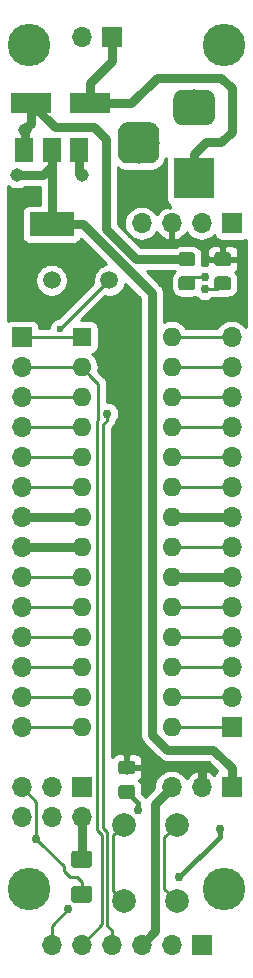
<source format=gtl>
G04 #@! TF.GenerationSoftware,KiCad,Pcbnew,(5.0.1)-3*
G04 #@! TF.CreationDate,2018-11-10T00:41:14-08:00*
G04 #@! TF.ProjectId,firefly,66697265666C792E6B696361645F7063,A*
G04 #@! TF.SameCoordinates,Original*
G04 #@! TF.FileFunction,Copper,L1,Top,Signal*
G04 #@! TF.FilePolarity,Positive*
%FSLAX46Y46*%
G04 Gerber Fmt 4.6, Leading zero omitted, Abs format (unit mm)*
G04 Created by KiCad (PCBNEW (5.0.1)-3) date 11/10/2018 12:41:14 AM*
%MOMM*%
%LPD*%
G01*
G04 APERTURE LIST*
G04 #@! TA.AperFunction,Conductor*
%ADD10C,0.100000*%
G04 #@! TD*
G04 #@! TA.AperFunction,ComponentPad*
%ADD11C,3.500000*%
G04 #@! TD*
G04 #@! TA.AperFunction,ComponentPad*
%ADD12C,3.000000*%
G04 #@! TD*
G04 #@! TA.AperFunction,ComponentPad*
%ADD13R,3.500000X3.500000*%
G04 #@! TD*
G04 #@! TA.AperFunction,ComponentPad*
%ADD14C,3.600000*%
G04 #@! TD*
G04 #@! TA.AperFunction,ComponentPad*
%ADD15O,1.700000X1.700000*%
G04 #@! TD*
G04 #@! TA.AperFunction,ComponentPad*
%ADD16R,1.700000X1.700000*%
G04 #@! TD*
G04 #@! TA.AperFunction,ComponentPad*
%ADD17C,2.000000*%
G04 #@! TD*
G04 #@! TA.AperFunction,SMDPad,CuDef*
%ADD18R,1.500000X2.000000*%
G04 #@! TD*
G04 #@! TA.AperFunction,SMDPad,CuDef*
%ADD19R,3.800000X2.000000*%
G04 #@! TD*
G04 #@! TA.AperFunction,SMDPad,CuDef*
%ADD20R,3.500000X1.800000*%
G04 #@! TD*
G04 #@! TA.AperFunction,SMDPad,CuDef*
%ADD21C,1.150000*%
G04 #@! TD*
G04 #@! TA.AperFunction,ComponentPad*
%ADD22O,1.600000X1.600000*%
G04 #@! TD*
G04 #@! TA.AperFunction,ComponentPad*
%ADD23R,1.600000X1.600000*%
G04 #@! TD*
G04 #@! TA.AperFunction,ComponentPad*
%ADD24C,1.500000*%
G04 #@! TD*
G04 #@! TA.AperFunction,SMDPad,CuDef*
%ADD25C,1.425000*%
G04 #@! TD*
G04 #@! TA.AperFunction,ViaPad*
%ADD26C,1.143000*%
G04 #@! TD*
G04 #@! TA.AperFunction,ViaPad*
%ADD27C,0.600000*%
G04 #@! TD*
G04 #@! TA.AperFunction,ViaPad*
%ADD28C,0.762000*%
G04 #@! TD*
G04 #@! TA.AperFunction,Conductor*
%ADD29C,0.762000*%
G04 #@! TD*
G04 #@! TA.AperFunction,Conductor*
%ADD30C,0.254000*%
G04 #@! TD*
G04 #@! TA.AperFunction,Conductor*
%ADD31C,0.381000*%
G04 #@! TD*
G04 APERTURE END LIST*
D10*
G04 #@! TO.N,GND*
G04 #@! TO.C,J1*
G36*
X152851765Y-73232213D02*
X152936704Y-73244813D01*
X153019999Y-73265677D01*
X153100848Y-73294605D01*
X153178472Y-73331319D01*
X153252124Y-73375464D01*
X153321094Y-73426616D01*
X153384718Y-73484282D01*
X153442384Y-73547906D01*
X153493536Y-73616876D01*
X153537681Y-73690528D01*
X153574395Y-73768152D01*
X153603323Y-73849001D01*
X153624187Y-73932296D01*
X153636787Y-74017235D01*
X153641000Y-74103000D01*
X153641000Y-75853000D01*
X153636787Y-75938765D01*
X153624187Y-76023704D01*
X153603323Y-76106999D01*
X153574395Y-76187848D01*
X153537681Y-76265472D01*
X153493536Y-76339124D01*
X153442384Y-76408094D01*
X153384718Y-76471718D01*
X153321094Y-76529384D01*
X153252124Y-76580536D01*
X153178472Y-76624681D01*
X153100848Y-76661395D01*
X153019999Y-76690323D01*
X152936704Y-76711187D01*
X152851765Y-76723787D01*
X152766000Y-76728000D01*
X151016000Y-76728000D01*
X150930235Y-76723787D01*
X150845296Y-76711187D01*
X150762001Y-76690323D01*
X150681152Y-76661395D01*
X150603528Y-76624681D01*
X150529876Y-76580536D01*
X150460906Y-76529384D01*
X150397282Y-76471718D01*
X150339616Y-76408094D01*
X150288464Y-76339124D01*
X150244319Y-76265472D01*
X150207605Y-76187848D01*
X150178677Y-76106999D01*
X150157813Y-76023704D01*
X150145213Y-75938765D01*
X150141000Y-75853000D01*
X150141000Y-74103000D01*
X150145213Y-74017235D01*
X150157813Y-73932296D01*
X150178677Y-73849001D01*
X150207605Y-73768152D01*
X150244319Y-73690528D01*
X150288464Y-73616876D01*
X150339616Y-73547906D01*
X150397282Y-73484282D01*
X150460906Y-73426616D01*
X150529876Y-73375464D01*
X150603528Y-73331319D01*
X150681152Y-73294605D01*
X150762001Y-73265677D01*
X150845296Y-73244813D01*
X150930235Y-73232213D01*
X151016000Y-73228000D01*
X152766000Y-73228000D01*
X152851765Y-73232213D01*
X152851765Y-73232213D01*
G37*
D11*
G04 #@! TD*
G04 #@! TO.P,J1,3*
G04 #@! TO.N,GND*
X151891000Y-74978000D03*
D10*
G04 #@! TO.N,GND*
G04 #@! TO.C,J1*
G36*
X157664513Y-70481611D02*
X157737318Y-70492411D01*
X157808714Y-70510295D01*
X157878013Y-70535090D01*
X157944548Y-70566559D01*
X158007678Y-70604398D01*
X158066795Y-70648242D01*
X158121330Y-70697670D01*
X158170758Y-70752205D01*
X158214602Y-70811322D01*
X158252441Y-70874452D01*
X158283910Y-70940987D01*
X158308705Y-71010286D01*
X158326589Y-71081682D01*
X158337389Y-71154487D01*
X158341000Y-71228000D01*
X158341000Y-72728000D01*
X158337389Y-72801513D01*
X158326589Y-72874318D01*
X158308705Y-72945714D01*
X158283910Y-73015013D01*
X158252441Y-73081548D01*
X158214602Y-73144678D01*
X158170758Y-73203795D01*
X158121330Y-73258330D01*
X158066795Y-73307758D01*
X158007678Y-73351602D01*
X157944548Y-73389441D01*
X157878013Y-73420910D01*
X157808714Y-73445705D01*
X157737318Y-73463589D01*
X157664513Y-73474389D01*
X157591000Y-73478000D01*
X155591000Y-73478000D01*
X155517487Y-73474389D01*
X155444682Y-73463589D01*
X155373286Y-73445705D01*
X155303987Y-73420910D01*
X155237452Y-73389441D01*
X155174322Y-73351602D01*
X155115205Y-73307758D01*
X155060670Y-73258330D01*
X155011242Y-73203795D01*
X154967398Y-73144678D01*
X154929559Y-73081548D01*
X154898090Y-73015013D01*
X154873295Y-72945714D01*
X154855411Y-72874318D01*
X154844611Y-72801513D01*
X154841000Y-72728000D01*
X154841000Y-71228000D01*
X154844611Y-71154487D01*
X154855411Y-71081682D01*
X154873295Y-71010286D01*
X154898090Y-70940987D01*
X154929559Y-70874452D01*
X154967398Y-70811322D01*
X155011242Y-70752205D01*
X155060670Y-70697670D01*
X155115205Y-70648242D01*
X155174322Y-70604398D01*
X155237452Y-70566559D01*
X155303987Y-70535090D01*
X155373286Y-70510295D01*
X155444682Y-70492411D01*
X155517487Y-70481611D01*
X155591000Y-70478000D01*
X157591000Y-70478000D01*
X157664513Y-70481611D01*
X157664513Y-70481611D01*
G37*
D12*
G04 #@! TD*
G04 #@! TO.P,J1,2*
G04 #@! TO.N,GND*
X156591000Y-71978000D03*
D13*
G04 #@! TO.P,J1,1*
G04 #@! TO.N,/VIN*
X156591000Y-77978000D03*
G04 #@! TD*
D14*
G04 #@! TO.P,REF\002A\002A,1*
G04 #@! TO.N,GND*
X159131000Y-66693000D03*
G04 #@! TD*
D15*
G04 #@! TO.P,J5,6*
G04 #@! TO.N,GND*
X141986000Y-132080000D03*
G04 #@! TO.P,J5,5*
G04 #@! TO.N,/P1*
X141986000Y-129540000D03*
G04 #@! TO.P,J5,4*
G04 #@! TO.N,/MOSI*
X144526000Y-132080000D03*
G04 #@! TO.P,J5,3*
G04 #@! TO.N,/P19*
X144526000Y-129540000D03*
G04 #@! TO.P,J5,2*
G04 #@! TO.N,+5V*
X147066000Y-132080000D03*
D16*
G04 #@! TO.P,J5,1*
G04 #@! TO.N,/MISO*
X147066000Y-129540000D03*
G04 #@! TD*
D14*
G04 #@! TO.P,REF\002A\002A,1*
G04 #@! TO.N,GND*
X142621000Y-66675000D03*
G04 #@! TD*
G04 #@! TO.P,REF\002A\002A,1*
G04 #@! TO.N,GND*
X159131000Y-138176000D03*
G04 #@! TD*
G04 #@! TO.P,REF\002A\002A,1*
G04 #@! TO.N,GND*
X142621000Y-138176000D03*
G04 #@! TD*
D17*
G04 #@! TO.P,SW1,2*
G04 #@! TO.N,Net-(R3-Pad2)*
X155122000Y-139215000D03*
G04 #@! TO.P,SW1,1*
G04 #@! TO.N,/P1*
X150622000Y-139215000D03*
G04 #@! TO.P,SW1,2*
G04 #@! TO.N,Net-(R3-Pad2)*
X155122000Y-132715000D03*
G04 #@! TO.P,SW1,1*
G04 #@! TO.N,/P1*
X150622000Y-132715000D03*
G04 #@! TD*
D15*
G04 #@! TO.P,J4,3*
G04 #@! TO.N,/USB_5V*
X154686000Y-129540000D03*
G04 #@! TO.P,J4,2*
G04 #@! TO.N,+5V*
X157226000Y-129540000D03*
D16*
G04 #@! TO.P,J4,1*
G04 #@! TO.N,/DC_5V*
X159766000Y-129540000D03*
G04 #@! TD*
D15*
G04 #@! TO.P,J8,4*
G04 #@! TO.N,+3V3*
X152146000Y-81788000D03*
G04 #@! TO.P,J8,3*
G04 #@! TO.N,+5V*
X154686000Y-81788000D03*
G04 #@! TO.P,J8,2*
G04 #@! TO.N,GND*
X157226000Y-81788000D03*
D16*
G04 #@! TO.P,J8,1*
X159766000Y-81788000D03*
G04 #@! TD*
D15*
G04 #@! TO.P,J6,6*
G04 #@! TO.N,/RTS#*
X144526000Y-142875000D03*
G04 #@! TO.P,J6,5*
G04 #@! TO.N,/P2*
X147066000Y-142875000D03*
G04 #@! TO.P,J6,4*
G04 #@! TO.N,/P3*
X149606000Y-142875000D03*
G04 #@! TO.P,J6,3*
G04 #@! TO.N,/USB_5V*
X152146000Y-142875000D03*
G04 #@! TO.P,J6,2*
G04 #@! TO.N,GND*
X154686000Y-142875000D03*
D16*
G04 #@! TO.P,J6,1*
X157226000Y-142875000D03*
G04 #@! TD*
D18*
G04 #@! TO.P,U1,1*
G04 #@! TO.N,GND*
X146826000Y-75590000D03*
G04 #@! TO.P,U1,3*
G04 #@! TO.N,VDD*
X142226000Y-75590000D03*
G04 #@! TO.P,U1,2*
G04 #@! TO.N,/DC_5V*
X144526000Y-75590000D03*
D19*
X144526000Y-81890000D03*
G04 #@! TD*
D20*
G04 #@! TO.P,D2,2*
G04 #@! TO.N,/VIN*
X147788000Y-71628000D03*
G04 #@! TO.P,D2,1*
G04 #@! TO.N,VDD*
X142788000Y-71628000D03*
G04 #@! TD*
D10*
G04 #@! TO.N,VDD*
G04 #@! TO.C,D3*
G36*
X156430505Y-84253204D02*
X156454773Y-84256804D01*
X156478572Y-84262765D01*
X156501671Y-84271030D01*
X156523850Y-84281520D01*
X156544893Y-84294132D01*
X156564599Y-84308747D01*
X156582777Y-84325223D01*
X156599253Y-84343401D01*
X156613868Y-84363107D01*
X156626480Y-84384150D01*
X156636970Y-84406329D01*
X156645235Y-84429428D01*
X156651196Y-84453227D01*
X156654796Y-84477495D01*
X156656000Y-84501999D01*
X156656000Y-85152001D01*
X156654796Y-85176505D01*
X156651196Y-85200773D01*
X156645235Y-85224572D01*
X156636970Y-85247671D01*
X156626480Y-85269850D01*
X156613868Y-85290893D01*
X156599253Y-85310599D01*
X156582777Y-85328777D01*
X156564599Y-85345253D01*
X156544893Y-85359868D01*
X156523850Y-85372480D01*
X156501671Y-85382970D01*
X156478572Y-85391235D01*
X156454773Y-85397196D01*
X156430505Y-85400796D01*
X156406001Y-85402000D01*
X155505999Y-85402000D01*
X155481495Y-85400796D01*
X155457227Y-85397196D01*
X155433428Y-85391235D01*
X155410329Y-85382970D01*
X155388150Y-85372480D01*
X155367107Y-85359868D01*
X155347401Y-85345253D01*
X155329223Y-85328777D01*
X155312747Y-85310599D01*
X155298132Y-85290893D01*
X155285520Y-85269850D01*
X155275030Y-85247671D01*
X155266765Y-85224572D01*
X155260804Y-85200773D01*
X155257204Y-85176505D01*
X155256000Y-85152001D01*
X155256000Y-84501999D01*
X155257204Y-84477495D01*
X155260804Y-84453227D01*
X155266765Y-84429428D01*
X155275030Y-84406329D01*
X155285520Y-84384150D01*
X155298132Y-84363107D01*
X155312747Y-84343401D01*
X155329223Y-84325223D01*
X155347401Y-84308747D01*
X155367107Y-84294132D01*
X155388150Y-84281520D01*
X155410329Y-84271030D01*
X155433428Y-84262765D01*
X155457227Y-84256804D01*
X155481495Y-84253204D01*
X155505999Y-84252000D01*
X156406001Y-84252000D01*
X156430505Y-84253204D01*
X156430505Y-84253204D01*
G37*
D21*
G04 #@! TD*
G04 #@! TO.P,D3,2*
G04 #@! TO.N,VDD*
X155956000Y-84827000D03*
D10*
G04 #@! TO.N,Net-(D3-Pad1)*
G04 #@! TO.C,D3*
G36*
X156430505Y-86303204D02*
X156454773Y-86306804D01*
X156478572Y-86312765D01*
X156501671Y-86321030D01*
X156523850Y-86331520D01*
X156544893Y-86344132D01*
X156564599Y-86358747D01*
X156582777Y-86375223D01*
X156599253Y-86393401D01*
X156613868Y-86413107D01*
X156626480Y-86434150D01*
X156636970Y-86456329D01*
X156645235Y-86479428D01*
X156651196Y-86503227D01*
X156654796Y-86527495D01*
X156656000Y-86551999D01*
X156656000Y-87202001D01*
X156654796Y-87226505D01*
X156651196Y-87250773D01*
X156645235Y-87274572D01*
X156636970Y-87297671D01*
X156626480Y-87319850D01*
X156613868Y-87340893D01*
X156599253Y-87360599D01*
X156582777Y-87378777D01*
X156564599Y-87395253D01*
X156544893Y-87409868D01*
X156523850Y-87422480D01*
X156501671Y-87432970D01*
X156478572Y-87441235D01*
X156454773Y-87447196D01*
X156430505Y-87450796D01*
X156406001Y-87452000D01*
X155505999Y-87452000D01*
X155481495Y-87450796D01*
X155457227Y-87447196D01*
X155433428Y-87441235D01*
X155410329Y-87432970D01*
X155388150Y-87422480D01*
X155367107Y-87409868D01*
X155347401Y-87395253D01*
X155329223Y-87378777D01*
X155312747Y-87360599D01*
X155298132Y-87340893D01*
X155285520Y-87319850D01*
X155275030Y-87297671D01*
X155266765Y-87274572D01*
X155260804Y-87250773D01*
X155257204Y-87226505D01*
X155256000Y-87202001D01*
X155256000Y-86551999D01*
X155257204Y-86527495D01*
X155260804Y-86503227D01*
X155266765Y-86479428D01*
X155275030Y-86456329D01*
X155285520Y-86434150D01*
X155298132Y-86413107D01*
X155312747Y-86393401D01*
X155329223Y-86375223D01*
X155347401Y-86358747D01*
X155367107Y-86344132D01*
X155388150Y-86331520D01*
X155410329Y-86321030D01*
X155433428Y-86312765D01*
X155457227Y-86306804D01*
X155481495Y-86303204D01*
X155505999Y-86302000D01*
X156406001Y-86302000D01*
X156430505Y-86303204D01*
X156430505Y-86303204D01*
G37*
D21*
G04 #@! TD*
G04 #@! TO.P,D3,1*
G04 #@! TO.N,Net-(D3-Pad1)*
X155956000Y-86877000D03*
D10*
G04 #@! TO.N,Net-(D4-Pad1)*
G04 #@! TO.C,D4*
G36*
X159478505Y-86303204D02*
X159502773Y-86306804D01*
X159526572Y-86312765D01*
X159549671Y-86321030D01*
X159571850Y-86331520D01*
X159592893Y-86344132D01*
X159612599Y-86358747D01*
X159630777Y-86375223D01*
X159647253Y-86393401D01*
X159661868Y-86413107D01*
X159674480Y-86434150D01*
X159684970Y-86456329D01*
X159693235Y-86479428D01*
X159699196Y-86503227D01*
X159702796Y-86527495D01*
X159704000Y-86551999D01*
X159704000Y-87202001D01*
X159702796Y-87226505D01*
X159699196Y-87250773D01*
X159693235Y-87274572D01*
X159684970Y-87297671D01*
X159674480Y-87319850D01*
X159661868Y-87340893D01*
X159647253Y-87360599D01*
X159630777Y-87378777D01*
X159612599Y-87395253D01*
X159592893Y-87409868D01*
X159571850Y-87422480D01*
X159549671Y-87432970D01*
X159526572Y-87441235D01*
X159502773Y-87447196D01*
X159478505Y-87450796D01*
X159454001Y-87452000D01*
X158553999Y-87452000D01*
X158529495Y-87450796D01*
X158505227Y-87447196D01*
X158481428Y-87441235D01*
X158458329Y-87432970D01*
X158436150Y-87422480D01*
X158415107Y-87409868D01*
X158395401Y-87395253D01*
X158377223Y-87378777D01*
X158360747Y-87360599D01*
X158346132Y-87340893D01*
X158333520Y-87319850D01*
X158323030Y-87297671D01*
X158314765Y-87274572D01*
X158308804Y-87250773D01*
X158305204Y-87226505D01*
X158304000Y-87202001D01*
X158304000Y-86551999D01*
X158305204Y-86527495D01*
X158308804Y-86503227D01*
X158314765Y-86479428D01*
X158323030Y-86456329D01*
X158333520Y-86434150D01*
X158346132Y-86413107D01*
X158360747Y-86393401D01*
X158377223Y-86375223D01*
X158395401Y-86358747D01*
X158415107Y-86344132D01*
X158436150Y-86331520D01*
X158458329Y-86321030D01*
X158481428Y-86312765D01*
X158505227Y-86306804D01*
X158529495Y-86303204D01*
X158553999Y-86302000D01*
X159454001Y-86302000D01*
X159478505Y-86303204D01*
X159478505Y-86303204D01*
G37*
D21*
G04 #@! TD*
G04 #@! TO.P,D4,1*
G04 #@! TO.N,Net-(D4-Pad1)*
X159004000Y-86877000D03*
D10*
G04 #@! TO.N,+5V*
G04 #@! TO.C,D4*
G36*
X159478505Y-84253204D02*
X159502773Y-84256804D01*
X159526572Y-84262765D01*
X159549671Y-84271030D01*
X159571850Y-84281520D01*
X159592893Y-84294132D01*
X159612599Y-84308747D01*
X159630777Y-84325223D01*
X159647253Y-84343401D01*
X159661868Y-84363107D01*
X159674480Y-84384150D01*
X159684970Y-84406329D01*
X159693235Y-84429428D01*
X159699196Y-84453227D01*
X159702796Y-84477495D01*
X159704000Y-84501999D01*
X159704000Y-85152001D01*
X159702796Y-85176505D01*
X159699196Y-85200773D01*
X159693235Y-85224572D01*
X159684970Y-85247671D01*
X159674480Y-85269850D01*
X159661868Y-85290893D01*
X159647253Y-85310599D01*
X159630777Y-85328777D01*
X159612599Y-85345253D01*
X159592893Y-85359868D01*
X159571850Y-85372480D01*
X159549671Y-85382970D01*
X159526572Y-85391235D01*
X159502773Y-85397196D01*
X159478505Y-85400796D01*
X159454001Y-85402000D01*
X158553999Y-85402000D01*
X158529495Y-85400796D01*
X158505227Y-85397196D01*
X158481428Y-85391235D01*
X158458329Y-85382970D01*
X158436150Y-85372480D01*
X158415107Y-85359868D01*
X158395401Y-85345253D01*
X158377223Y-85328777D01*
X158360747Y-85310599D01*
X158346132Y-85290893D01*
X158333520Y-85269850D01*
X158323030Y-85247671D01*
X158314765Y-85224572D01*
X158308804Y-85200773D01*
X158305204Y-85176505D01*
X158304000Y-85152001D01*
X158304000Y-84501999D01*
X158305204Y-84477495D01*
X158308804Y-84453227D01*
X158314765Y-84429428D01*
X158323030Y-84406329D01*
X158333520Y-84384150D01*
X158346132Y-84363107D01*
X158360747Y-84343401D01*
X158377223Y-84325223D01*
X158395401Y-84308747D01*
X158415107Y-84294132D01*
X158436150Y-84281520D01*
X158458329Y-84271030D01*
X158481428Y-84262765D01*
X158505227Y-84256804D01*
X158529495Y-84253204D01*
X158553999Y-84252000D01*
X159454001Y-84252000D01*
X159478505Y-84253204D01*
X159478505Y-84253204D01*
G37*
D21*
G04 #@! TD*
G04 #@! TO.P,D4,2*
G04 #@! TO.N,+5V*
X159004000Y-84827000D03*
D10*
G04 #@! TO.N,+5V*
G04 #@! TO.C,D5*
G36*
X151350505Y-127306204D02*
X151374773Y-127309804D01*
X151398572Y-127315765D01*
X151421671Y-127324030D01*
X151443850Y-127334520D01*
X151464893Y-127347132D01*
X151484599Y-127361747D01*
X151502777Y-127378223D01*
X151519253Y-127396401D01*
X151533868Y-127416107D01*
X151546480Y-127437150D01*
X151556970Y-127459329D01*
X151565235Y-127482428D01*
X151571196Y-127506227D01*
X151574796Y-127530495D01*
X151576000Y-127554999D01*
X151576000Y-128205001D01*
X151574796Y-128229505D01*
X151571196Y-128253773D01*
X151565235Y-128277572D01*
X151556970Y-128300671D01*
X151546480Y-128322850D01*
X151533868Y-128343893D01*
X151519253Y-128363599D01*
X151502777Y-128381777D01*
X151484599Y-128398253D01*
X151464893Y-128412868D01*
X151443850Y-128425480D01*
X151421671Y-128435970D01*
X151398572Y-128444235D01*
X151374773Y-128450196D01*
X151350505Y-128453796D01*
X151326001Y-128455000D01*
X150425999Y-128455000D01*
X150401495Y-128453796D01*
X150377227Y-128450196D01*
X150353428Y-128444235D01*
X150330329Y-128435970D01*
X150308150Y-128425480D01*
X150287107Y-128412868D01*
X150267401Y-128398253D01*
X150249223Y-128381777D01*
X150232747Y-128363599D01*
X150218132Y-128343893D01*
X150205520Y-128322850D01*
X150195030Y-128300671D01*
X150186765Y-128277572D01*
X150180804Y-128253773D01*
X150177204Y-128229505D01*
X150176000Y-128205001D01*
X150176000Y-127554999D01*
X150177204Y-127530495D01*
X150180804Y-127506227D01*
X150186765Y-127482428D01*
X150195030Y-127459329D01*
X150205520Y-127437150D01*
X150218132Y-127416107D01*
X150232747Y-127396401D01*
X150249223Y-127378223D01*
X150267401Y-127361747D01*
X150287107Y-127347132D01*
X150308150Y-127334520D01*
X150330329Y-127324030D01*
X150353428Y-127315765D01*
X150377227Y-127309804D01*
X150401495Y-127306204D01*
X150425999Y-127305000D01*
X151326001Y-127305000D01*
X151350505Y-127306204D01*
X151350505Y-127306204D01*
G37*
D21*
G04 #@! TD*
G04 #@! TO.P,D5,2*
G04 #@! TO.N,+5V*
X150876000Y-127880000D03*
D10*
G04 #@! TO.N,Net-(D5-Pad1)*
G04 #@! TO.C,D5*
G36*
X151350505Y-129356204D02*
X151374773Y-129359804D01*
X151398572Y-129365765D01*
X151421671Y-129374030D01*
X151443850Y-129384520D01*
X151464893Y-129397132D01*
X151484599Y-129411747D01*
X151502777Y-129428223D01*
X151519253Y-129446401D01*
X151533868Y-129466107D01*
X151546480Y-129487150D01*
X151556970Y-129509329D01*
X151565235Y-129532428D01*
X151571196Y-129556227D01*
X151574796Y-129580495D01*
X151576000Y-129604999D01*
X151576000Y-130255001D01*
X151574796Y-130279505D01*
X151571196Y-130303773D01*
X151565235Y-130327572D01*
X151556970Y-130350671D01*
X151546480Y-130372850D01*
X151533868Y-130393893D01*
X151519253Y-130413599D01*
X151502777Y-130431777D01*
X151484599Y-130448253D01*
X151464893Y-130462868D01*
X151443850Y-130475480D01*
X151421671Y-130485970D01*
X151398572Y-130494235D01*
X151374773Y-130500196D01*
X151350505Y-130503796D01*
X151326001Y-130505000D01*
X150425999Y-130505000D01*
X150401495Y-130503796D01*
X150377227Y-130500196D01*
X150353428Y-130494235D01*
X150330329Y-130485970D01*
X150308150Y-130475480D01*
X150287107Y-130462868D01*
X150267401Y-130448253D01*
X150249223Y-130431777D01*
X150232747Y-130413599D01*
X150218132Y-130393893D01*
X150205520Y-130372850D01*
X150195030Y-130350671D01*
X150186765Y-130327572D01*
X150180804Y-130303773D01*
X150177204Y-130279505D01*
X150176000Y-130255001D01*
X150176000Y-129604999D01*
X150177204Y-129580495D01*
X150180804Y-129556227D01*
X150186765Y-129532428D01*
X150195030Y-129509329D01*
X150205520Y-129487150D01*
X150218132Y-129466107D01*
X150232747Y-129446401D01*
X150249223Y-129428223D01*
X150267401Y-129411747D01*
X150287107Y-129397132D01*
X150308150Y-129384520D01*
X150330329Y-129374030D01*
X150353428Y-129365765D01*
X150377227Y-129359804D01*
X150401495Y-129356204D01*
X150425999Y-129355000D01*
X151326001Y-129355000D01*
X151350505Y-129356204D01*
X151350505Y-129356204D01*
G37*
D21*
G04 #@! TD*
G04 #@! TO.P,D5,1*
G04 #@! TO.N,Net-(D5-Pad1)*
X150876000Y-129930000D03*
D16*
G04 #@! TO.P,J3,1*
G04 #@! TO.N,/P1*
X141986000Y-91440000D03*
D15*
G04 #@! TO.P,J3,2*
G04 #@! TO.N,/P2*
X141986000Y-93980000D03*
G04 #@! TO.P,J3,3*
G04 #@! TO.N,/P3*
X141986000Y-96520000D03*
G04 #@! TO.P,J3,4*
G04 #@! TO.N,/P4*
X141986000Y-99060000D03*
G04 #@! TO.P,J3,5*
G04 #@! TO.N,/P5*
X141986000Y-101600000D03*
G04 #@! TO.P,J3,6*
G04 #@! TO.N,/P6*
X141986000Y-104140000D03*
G04 #@! TO.P,J3,7*
G04 #@! TO.N,+5V*
X141986000Y-106680000D03*
G04 #@! TO.P,J3,8*
G04 #@! TO.N,GND*
X141986000Y-109220000D03*
G04 #@! TO.P,J3,9*
G04 #@! TO.N,/OSC1*
X141986000Y-111760000D03*
G04 #@! TO.P,J3,10*
G04 #@! TO.N,/OSC2*
X141986000Y-114300000D03*
G04 #@! TO.P,J3,11*
G04 #@! TO.N,/P11*
X141986000Y-116840000D03*
G04 #@! TO.P,J3,12*
G04 #@! TO.N,/P12*
X141986000Y-119380000D03*
G04 #@! TO.P,J3,13*
G04 #@! TO.N,/P13*
X141986000Y-121920000D03*
G04 #@! TO.P,J3,14*
G04 #@! TO.N,/P14*
X141986000Y-124460000D03*
G04 #@! TD*
G04 #@! TO.P,J7,14*
G04 #@! TO.N,/P28*
X159766000Y-91440000D03*
G04 #@! TO.P,J7,13*
G04 #@! TO.N,/P27*
X159766000Y-93980000D03*
G04 #@! TO.P,J7,12*
G04 #@! TO.N,/P26*
X159766000Y-96520000D03*
G04 #@! TO.P,J7,11*
G04 #@! TO.N,/P25*
X159766000Y-99060000D03*
G04 #@! TO.P,J7,10*
G04 #@! TO.N,/P24*
X159766000Y-101600000D03*
G04 #@! TO.P,J7,9*
G04 #@! TO.N,/P23*
X159766000Y-104140000D03*
G04 #@! TO.P,J7,8*
G04 #@! TO.N,GND*
X159766000Y-106680000D03*
G04 #@! TO.P,J7,7*
G04 #@! TO.N,/P21*
X159766000Y-109220000D03*
G04 #@! TO.P,J7,6*
G04 #@! TO.N,+5V*
X159766000Y-111760000D03*
G04 #@! TO.P,J7,5*
G04 #@! TO.N,/P19*
X159766000Y-114300000D03*
G04 #@! TO.P,J7,4*
G04 #@! TO.N,/MISO*
X159766000Y-116840000D03*
G04 #@! TO.P,J7,3*
G04 #@! TO.N,/MOSI*
X159766000Y-119380000D03*
G04 #@! TO.P,J7,2*
G04 #@! TO.N,/P16*
X159766000Y-121920000D03*
D16*
G04 #@! TO.P,J7,1*
G04 #@! TO.N,/P15*
X159766000Y-124460000D03*
G04 #@! TD*
D15*
G04 #@! TO.P,J2,2*
G04 #@! TO.N,GND*
X147066000Y-66040000D03*
D16*
G04 #@! TO.P,J2,1*
G04 #@! TO.N,/VIN*
X149606000Y-66040000D03*
G04 #@! TD*
D22*
G04 #@! TO.P,U3,28*
G04 #@! TO.N,/P28*
X154686000Y-91440000D03*
G04 #@! TO.P,U3,14*
G04 #@! TO.N,/P14*
X147066000Y-124460000D03*
G04 #@! TO.P,U3,27*
G04 #@! TO.N,/P27*
X154686000Y-93980000D03*
G04 #@! TO.P,U3,13*
G04 #@! TO.N,/P13*
X147066000Y-121920000D03*
G04 #@! TO.P,U3,26*
G04 #@! TO.N,/P26*
X154686000Y-96520000D03*
G04 #@! TO.P,U3,12*
G04 #@! TO.N,/P12*
X147066000Y-119380000D03*
G04 #@! TO.P,U3,25*
G04 #@! TO.N,/P25*
X154686000Y-99060000D03*
G04 #@! TO.P,U3,11*
G04 #@! TO.N,/P11*
X147066000Y-116840000D03*
G04 #@! TO.P,U3,24*
G04 #@! TO.N,/P24*
X154686000Y-101600000D03*
G04 #@! TO.P,U3,10*
G04 #@! TO.N,/OSC2*
X147066000Y-114300000D03*
G04 #@! TO.P,U3,23*
G04 #@! TO.N,/P23*
X154686000Y-104140000D03*
G04 #@! TO.P,U3,9*
G04 #@! TO.N,/OSC1*
X147066000Y-111760000D03*
G04 #@! TO.P,U3,22*
G04 #@! TO.N,GND*
X154686000Y-106680000D03*
G04 #@! TO.P,U3,8*
X147066000Y-109220000D03*
G04 #@! TO.P,U3,21*
G04 #@! TO.N,/P21*
X154686000Y-109220000D03*
G04 #@! TO.P,U3,7*
G04 #@! TO.N,+5V*
X147066000Y-106680000D03*
G04 #@! TO.P,U3,20*
X154686000Y-111760000D03*
G04 #@! TO.P,U3,6*
G04 #@! TO.N,/P6*
X147066000Y-104140000D03*
G04 #@! TO.P,U3,19*
G04 #@! TO.N,/P19*
X154686000Y-114300000D03*
G04 #@! TO.P,U3,5*
G04 #@! TO.N,/P5*
X147066000Y-101600000D03*
G04 #@! TO.P,U3,18*
G04 #@! TO.N,/MISO*
X154686000Y-116840000D03*
G04 #@! TO.P,U3,4*
G04 #@! TO.N,/P4*
X147066000Y-99060000D03*
G04 #@! TO.P,U3,17*
G04 #@! TO.N,/MOSI*
X154686000Y-119380000D03*
G04 #@! TO.P,U3,3*
G04 #@! TO.N,/P3*
X147066000Y-96520000D03*
G04 #@! TO.P,U3,16*
G04 #@! TO.N,/P16*
X154686000Y-121920000D03*
G04 #@! TO.P,U3,2*
G04 #@! TO.N,/P2*
X147066000Y-93980000D03*
G04 #@! TO.P,U3,15*
G04 #@! TO.N,/P15*
X154686000Y-124460000D03*
D23*
G04 #@! TO.P,U3,1*
G04 #@! TO.N,/P1*
X147066000Y-91440000D03*
G04 #@! TD*
D24*
G04 #@! TO.P,Y1,2*
G04 #@! TO.N,/OSC2*
X149406000Y-86614000D03*
G04 #@! TO.P,Y1,1*
G04 #@! TO.N,/OSC1*
X144526000Y-86614000D03*
G04 #@! TD*
D10*
G04 #@! TO.N,+5V*
G04 #@! TO.C,D1*
G36*
X147715504Y-134924704D02*
X147739773Y-134928304D01*
X147763571Y-134934265D01*
X147786671Y-134942530D01*
X147808849Y-134953020D01*
X147829893Y-134965633D01*
X147849598Y-134980247D01*
X147867777Y-134996723D01*
X147884253Y-135014902D01*
X147898867Y-135034607D01*
X147911480Y-135055651D01*
X147921970Y-135077829D01*
X147930235Y-135100929D01*
X147936196Y-135124727D01*
X147939796Y-135148996D01*
X147941000Y-135173500D01*
X147941000Y-136098500D01*
X147939796Y-136123004D01*
X147936196Y-136147273D01*
X147930235Y-136171071D01*
X147921970Y-136194171D01*
X147911480Y-136216349D01*
X147898867Y-136237393D01*
X147884253Y-136257098D01*
X147867777Y-136275277D01*
X147849598Y-136291753D01*
X147829893Y-136306367D01*
X147808849Y-136318980D01*
X147786671Y-136329470D01*
X147763571Y-136337735D01*
X147739773Y-136343696D01*
X147715504Y-136347296D01*
X147691000Y-136348500D01*
X146441000Y-136348500D01*
X146416496Y-136347296D01*
X146392227Y-136343696D01*
X146368429Y-136337735D01*
X146345329Y-136329470D01*
X146323151Y-136318980D01*
X146302107Y-136306367D01*
X146282402Y-136291753D01*
X146264223Y-136275277D01*
X146247747Y-136257098D01*
X146233133Y-136237393D01*
X146220520Y-136216349D01*
X146210030Y-136194171D01*
X146201765Y-136171071D01*
X146195804Y-136147273D01*
X146192204Y-136123004D01*
X146191000Y-136098500D01*
X146191000Y-135173500D01*
X146192204Y-135148996D01*
X146195804Y-135124727D01*
X146201765Y-135100929D01*
X146210030Y-135077829D01*
X146220520Y-135055651D01*
X146233133Y-135034607D01*
X146247747Y-135014902D01*
X146264223Y-134996723D01*
X146282402Y-134980247D01*
X146302107Y-134965633D01*
X146323151Y-134953020D01*
X146345329Y-134942530D01*
X146368429Y-134934265D01*
X146392227Y-134928304D01*
X146416496Y-134924704D01*
X146441000Y-134923500D01*
X147691000Y-134923500D01*
X147715504Y-134924704D01*
X147715504Y-134924704D01*
G37*
D25*
G04 #@! TD*
G04 #@! TO.P,D1,1*
G04 #@! TO.N,+5V*
X147066000Y-135636000D03*
D10*
G04 #@! TO.N,/P1*
G04 #@! TO.C,D1*
G36*
X147715504Y-137899704D02*
X147739773Y-137903304D01*
X147763571Y-137909265D01*
X147786671Y-137917530D01*
X147808849Y-137928020D01*
X147829893Y-137940633D01*
X147849598Y-137955247D01*
X147867777Y-137971723D01*
X147884253Y-137989902D01*
X147898867Y-138009607D01*
X147911480Y-138030651D01*
X147921970Y-138052829D01*
X147930235Y-138075929D01*
X147936196Y-138099727D01*
X147939796Y-138123996D01*
X147941000Y-138148500D01*
X147941000Y-139073500D01*
X147939796Y-139098004D01*
X147936196Y-139122273D01*
X147930235Y-139146071D01*
X147921970Y-139169171D01*
X147911480Y-139191349D01*
X147898867Y-139212393D01*
X147884253Y-139232098D01*
X147867777Y-139250277D01*
X147849598Y-139266753D01*
X147829893Y-139281367D01*
X147808849Y-139293980D01*
X147786671Y-139304470D01*
X147763571Y-139312735D01*
X147739773Y-139318696D01*
X147715504Y-139322296D01*
X147691000Y-139323500D01*
X146441000Y-139323500D01*
X146416496Y-139322296D01*
X146392227Y-139318696D01*
X146368429Y-139312735D01*
X146345329Y-139304470D01*
X146323151Y-139293980D01*
X146302107Y-139281367D01*
X146282402Y-139266753D01*
X146264223Y-139250277D01*
X146247747Y-139232098D01*
X146233133Y-139212393D01*
X146220520Y-139191349D01*
X146210030Y-139169171D01*
X146201765Y-139146071D01*
X146195804Y-139122273D01*
X146192204Y-139098004D01*
X146191000Y-139073500D01*
X146191000Y-138148500D01*
X146192204Y-138123996D01*
X146195804Y-138099727D01*
X146201765Y-138075929D01*
X146210030Y-138052829D01*
X146220520Y-138030651D01*
X146233133Y-138009607D01*
X146247747Y-137989902D01*
X146264223Y-137971723D01*
X146282402Y-137955247D01*
X146302107Y-137940633D01*
X146323151Y-137928020D01*
X146345329Y-137917530D01*
X146368429Y-137909265D01*
X146392227Y-137903304D01*
X146416496Y-137899704D01*
X146441000Y-137898500D01*
X147691000Y-137898500D01*
X147715504Y-137899704D01*
X147715504Y-137899704D01*
G37*
D25*
G04 #@! TD*
G04 #@! TO.P,D1,2*
G04 #@! TO.N,/P1*
X147066000Y-138611000D03*
D26*
G04 #@! TO.N,GND*
X147066000Y-77724000D03*
D27*
G04 #@! TO.N,/OSC2*
X145224500Y-90741500D03*
D28*
G04 #@! TO.N,/P1*
X143199861Y-133914139D03*
G04 #@! TO.N,/RTS#*
X145906179Y-139885617D03*
G04 #@! TO.N,/P3*
X149225000Y-97917000D03*
D26*
G04 #@! TO.N,+5V*
X141668500Y-83629500D03*
X150631000Y-110245000D03*
X150876000Y-90170000D03*
G04 #@! TO.N,VDD*
X142231000Y-73906600D03*
D28*
G04 #@! TO.N,Net-(D3-Pad1)*
X157480000Y-86360000D03*
G04 #@! TO.N,Net-(D4-Pad1)*
X157480000Y-87376000D03*
G04 #@! TO.N,Net-(D5-Pad1)*
X151845979Y-131435527D03*
D26*
G04 #@! TO.N,/DC_5V*
X141605000Y-77724000D03*
D28*
G04 #@! TO.N,Net-(Q1-Pad3)*
X158750000Y-133096000D03*
X155321000Y-137160000D03*
G04 #@! TD*
D29*
G04 #@! TO.N,GND*
X141986000Y-109220000D02*
X147066000Y-109220000D01*
X154686000Y-106680000D02*
X159766000Y-106680000D01*
X146826000Y-75590000D02*
X146826000Y-77484000D01*
X146826000Y-77484000D02*
X147066000Y-77724000D01*
D30*
G04 #@! TO.N,/OSC1*
X143188081Y-111760000D02*
X147066000Y-111760000D01*
X141986000Y-111760000D02*
X143188081Y-111760000D01*
G04 #@! TO.N,/OSC2*
X141986000Y-114300000D02*
X147066000Y-114300000D01*
X145224500Y-90741500D02*
X149352000Y-86614000D01*
X149352000Y-86614000D02*
X149406000Y-86614000D01*
G04 #@! TO.N,/P1*
X150368000Y-138811000D02*
X150622000Y-139065000D01*
X141986000Y-91440000D02*
X143090000Y-91440000D01*
X143090000Y-91440000D02*
X147066000Y-91440000D01*
X146558000Y-138587000D02*
X146558000Y-138430000D01*
X149723499Y-138316499D02*
X150622000Y-139215000D01*
X150622000Y-132715000D02*
X149723499Y-133613501D01*
X149723499Y-133613501D02*
X149723499Y-138316499D01*
X143199861Y-133375324D02*
X143199861Y-133914139D01*
X143199861Y-130753861D02*
X143199861Y-133375324D01*
X141986000Y-129540000D02*
X143199861Y-130753861D01*
X143580860Y-134295138D02*
X143199861Y-133914139D01*
X147066000Y-137541000D02*
X146685000Y-137160000D01*
X147066000Y-138611000D02*
X147066000Y-137541000D01*
X146685000Y-137160000D02*
X146050000Y-137160000D01*
X145542000Y-136652000D02*
X145542000Y-136256278D01*
X146050000Y-137160000D02*
X145542000Y-136652000D01*
X145542000Y-136256278D02*
X143580860Y-134295138D01*
G04 #@! TO.N,/RTS#*
X144526000Y-141859000D02*
X144526000Y-142875000D01*
X144526000Y-141265796D02*
X144526000Y-142875000D01*
X145906179Y-139885617D02*
X144526000Y-141265796D01*
G04 #@! TO.N,/P2*
X141986000Y-93980000D02*
X147066000Y-93980000D01*
X147066000Y-142875000D02*
X148790014Y-141150986D01*
X148463000Y-98461196D02*
X148463000Y-95377000D01*
X148790014Y-141150986D02*
X148790014Y-133557082D01*
X148790014Y-133557082D02*
X148389989Y-133157057D01*
X148389989Y-133157057D02*
X148389990Y-98534206D01*
X148389990Y-98534206D02*
X148463000Y-98461196D01*
X148463000Y-95377000D02*
X147865999Y-94779999D01*
X147865999Y-94779999D02*
X147066000Y-93980000D01*
G04 #@! TO.N,/P3*
X141986000Y-96520000D02*
X147066000Y-96520000D01*
X148844000Y-132969000D02*
X148844000Y-98836815D01*
X149244025Y-141310944D02*
X149244025Y-133369025D01*
X149606000Y-142875000D02*
X149606000Y-141672919D01*
X149244025Y-133369025D02*
X148844000Y-132969000D01*
X149225000Y-98455815D02*
X149225000Y-97917000D01*
X149606000Y-141672919D02*
X149244025Y-141310944D01*
X148844000Y-98836815D02*
X149225000Y-98455815D01*
G04 #@! TO.N,/P4*
X141986000Y-99060000D02*
X147066000Y-99060000D01*
G04 #@! TO.N,/P5*
X141986000Y-101600000D02*
X147066000Y-101600000D01*
G04 #@! TO.N,/P6*
X141986000Y-104140000D02*
X147066000Y-104140000D01*
D29*
G04 #@! TO.N,+5V*
X157226000Y-129540000D02*
X157226000Y-127762000D01*
X141986000Y-106680000D02*
X147066000Y-106680000D01*
X154686000Y-111760000D02*
X159766000Y-111760000D01*
X147066000Y-132080000D02*
X147066000Y-133282081D01*
X147066000Y-133282081D02*
X147066000Y-135636000D01*
D30*
G04 #@! TO.N,/P11*
X141986000Y-116840000D02*
X147066000Y-116840000D01*
G04 #@! TO.N,/P12*
X141986000Y-119380000D02*
X143002000Y-119380000D01*
X143002000Y-119380000D02*
X147066000Y-119380000D01*
G04 #@! TO.N,/P13*
X141986000Y-121920000D02*
X147066000Y-121920000D01*
G04 #@! TO.N,/P14*
X143188081Y-124460000D02*
X147066000Y-124460000D01*
X141986000Y-124460000D02*
X143188081Y-124460000D01*
G04 #@! TO.N,/P15*
X154686000Y-124460000D02*
X159766000Y-124460000D01*
G04 #@! TO.N,/P16*
X155817370Y-121920000D02*
X159766000Y-121920000D01*
X154686000Y-121920000D02*
X155817370Y-121920000D01*
G04 #@! TO.N,/P19*
X154686000Y-114300000D02*
X159766000Y-114300000D01*
G04 #@! TO.N,/P23*
X155817370Y-104140000D02*
X159766000Y-104140000D01*
X154686000Y-104140000D02*
X155817370Y-104140000D01*
G04 #@! TO.N,/P24*
X154686000Y-101600000D02*
X159766000Y-101600000D01*
G04 #@! TO.N,/P25*
X155817370Y-99060000D02*
X159766000Y-99060000D01*
X154686000Y-99060000D02*
X155817370Y-99060000D01*
G04 #@! TO.N,/P26*
X155817370Y-96520000D02*
X159766000Y-96520000D01*
X154686000Y-96520000D02*
X155817370Y-96520000D01*
G04 #@! TO.N,/P27*
X154686000Y-93980000D02*
X159766000Y-93980000D01*
G04 #@! TO.N,/P28*
X159766000Y-91440000D02*
X154686000Y-91440000D01*
D29*
G04 #@! TO.N,VDD*
X143042000Y-71414000D02*
X143042000Y-71120000D01*
X142226000Y-75590000D02*
X142231000Y-75585000D01*
X142788000Y-71628000D02*
X142788000Y-73349600D01*
X142788000Y-73349600D02*
X142730999Y-73406601D01*
X142231000Y-74613706D02*
X142231000Y-73906600D01*
X142730999Y-73406601D02*
X142231000Y-73906600D01*
X142231000Y-75585000D02*
X142231000Y-74613706D01*
X144780000Y-73660000D02*
X142788000Y-71668000D01*
X155956000Y-84827000D02*
X151629000Y-84827000D01*
X151629000Y-84827000D02*
X149098000Y-82296000D01*
X149098000Y-82296000D02*
X149098000Y-74676000D01*
X148082000Y-73660000D02*
X144780000Y-73660000D01*
X149098000Y-74676000D02*
X148082000Y-73660000D01*
X142788000Y-71668000D02*
X142788000Y-71628000D01*
D30*
G04 #@! TO.N,Net-(D3-Pad1)*
X156473000Y-86360000D02*
X155956000Y-86877000D01*
X157480000Y-86360000D02*
X156473000Y-86360000D01*
G04 #@! TO.N,Net-(D4-Pad1)*
X158505000Y-87376000D02*
X159004000Y-86877000D01*
X157480000Y-87376000D02*
X158505000Y-87376000D01*
G04 #@! TO.N,/MOSI*
X154686000Y-119380000D02*
X159766000Y-119380000D01*
G04 #@! TO.N,/MISO*
X155817370Y-116840000D02*
X159766000Y-116840000D01*
X154686000Y-116840000D02*
X155817370Y-116840000D01*
G04 #@! TO.N,/P21*
X154686000Y-109220000D02*
X159766000Y-109220000D01*
D31*
G04 #@! TO.N,Net-(D5-Pad1)*
X150876000Y-129930000D02*
X151845979Y-130899979D01*
X151845979Y-130899979D02*
X151845979Y-131435527D01*
D29*
G04 #@! TO.N,/DC_5V*
X144526000Y-76962000D02*
X144526000Y-75590000D01*
X141605000Y-77724000D02*
X143764000Y-77724000D01*
X143764000Y-77724000D02*
X144526000Y-76962000D01*
X144526000Y-76962000D02*
X144526000Y-81890000D01*
X147188000Y-81890000D02*
X144526000Y-81890000D01*
X159766000Y-127928000D02*
X158228400Y-126390400D01*
X159766000Y-129540000D02*
X159766000Y-127928000D01*
X158228400Y-126390400D02*
X154330400Y-126390400D01*
X154330400Y-126390400D02*
X153035000Y-125095000D01*
X153035000Y-125095000D02*
X153035000Y-87737000D01*
X153035000Y-87737000D02*
X147188000Y-81890000D01*
G04 #@! TO.N,/USB_5V*
X153836001Y-130389999D02*
X154686000Y-129540000D01*
X153289000Y-130937000D02*
X153836001Y-130389999D01*
X152146000Y-142875000D02*
X153289000Y-141732000D01*
X153289000Y-141732000D02*
X153289000Y-130937000D01*
G04 #@! TO.N,/VIN*
X149606000Y-66040000D02*
X149606000Y-68072000D01*
X147788000Y-69890000D02*
X147788000Y-71628000D01*
X149606000Y-68072000D02*
X147788000Y-69890000D01*
X151257000Y-71628000D02*
X147788000Y-71628000D01*
X153416000Y-69469000D02*
X151257000Y-71628000D01*
X158877000Y-69469000D02*
X153416000Y-69469000D01*
X156591000Y-75895200D02*
X157556200Y-74930000D01*
X157556200Y-74930000D02*
X158902400Y-74930000D01*
X156591000Y-77978000D02*
X156591000Y-75895200D01*
X158902400Y-74930000D02*
X159766000Y-74066400D01*
X159766000Y-74066400D02*
X159766000Y-70358000D01*
X159766000Y-70358000D02*
X158877000Y-69469000D01*
D31*
G04 #@! TO.N,Net-(Q1-Pad3)*
X158750000Y-133096000D02*
X158750000Y-133731000D01*
X158750000Y-133731000D02*
X155321000Y-137160000D01*
D30*
G04 #@! TO.N,Net-(R3-Pad2)*
X154051000Y-138144000D02*
X155122000Y-139215000D01*
X155122000Y-132715000D02*
X154051000Y-133786000D01*
X154051000Y-133786000D02*
X154051000Y-138144000D01*
G04 #@! TD*
G04 #@! TO.N,+5V*
G36*
X147193000Y-131953000D02*
X147213000Y-131953000D01*
X147213000Y-132207000D01*
X147193000Y-132207000D01*
X147193000Y-132227000D01*
X146939000Y-132227000D01*
X146939000Y-132207000D01*
X146919000Y-132207000D01*
X146919000Y-131953000D01*
X146939000Y-131953000D01*
X146939000Y-131933000D01*
X147193000Y-131933000D01*
X147193000Y-131953000D01*
X147193000Y-131953000D01*
G37*
X147193000Y-131953000D02*
X147213000Y-131953000D01*
X147213000Y-132207000D01*
X147193000Y-132207000D01*
X147193000Y-132227000D01*
X146939000Y-132227000D01*
X146939000Y-132207000D01*
X146919000Y-132207000D01*
X146919000Y-131953000D01*
X146939000Y-131953000D01*
X146939000Y-131933000D01*
X147193000Y-131933000D01*
X147193000Y-131953000D01*
G36*
X152019001Y-88157842D02*
X152019000Y-125045098D01*
X152014085Y-125095000D01*
X152019000Y-125144901D01*
X152033702Y-125294170D01*
X152091798Y-125485686D01*
X152186140Y-125662190D01*
X152313104Y-125816896D01*
X152351872Y-125848712D01*
X153576692Y-127073533D01*
X153608504Y-127112296D01*
X153763210Y-127239260D01*
X153939713Y-127333602D01*
X154131229Y-127391698D01*
X154280498Y-127406400D01*
X154280505Y-127406400D01*
X154330399Y-127411314D01*
X154380293Y-127406400D01*
X157807560Y-127406400D01*
X158561021Y-128159861D01*
X158464815Y-128238815D01*
X158385463Y-128335506D01*
X158326498Y-128445820D01*
X158302034Y-128526466D01*
X158226269Y-128442412D01*
X157992920Y-128268359D01*
X157730099Y-128143175D01*
X157582890Y-128098524D01*
X157353000Y-128219845D01*
X157353000Y-129413000D01*
X157373000Y-129413000D01*
X157373000Y-129667000D01*
X157353000Y-129667000D01*
X157353000Y-129687000D01*
X157099000Y-129687000D01*
X157099000Y-129667000D01*
X157079000Y-129667000D01*
X157079000Y-129413000D01*
X157099000Y-129413000D01*
X157099000Y-128219845D01*
X156869110Y-128098524D01*
X156721901Y-128143175D01*
X156459080Y-128268359D01*
X156225731Y-128442412D01*
X156030822Y-128658645D01*
X155961201Y-128775523D01*
X155926706Y-128710986D01*
X155741134Y-128484866D01*
X155515014Y-128299294D01*
X155257034Y-128161401D01*
X154977111Y-128076487D01*
X154758950Y-128055000D01*
X154613050Y-128055000D01*
X154394889Y-128076487D01*
X154114966Y-128161401D01*
X153856986Y-128299294D01*
X153630866Y-128484866D01*
X153445294Y-128710986D01*
X153307401Y-128968966D01*
X153222487Y-129248889D01*
X153193815Y-129540000D01*
X153198777Y-129590383D01*
X152605868Y-130183292D01*
X152567105Y-130215104D01*
X152459462Y-130346267D01*
X152458370Y-130344937D01*
X152432520Y-130313438D01*
X152401019Y-130287586D01*
X152214072Y-130100639D01*
X152214072Y-129604999D01*
X152197008Y-129431745D01*
X152146472Y-129265149D01*
X152064405Y-129111613D01*
X151953962Y-128977038D01*
X151946657Y-128971043D01*
X151980789Y-128948237D01*
X152069237Y-128859789D01*
X152138730Y-128755785D01*
X152186597Y-128640223D01*
X152211000Y-128517542D01*
X152211000Y-128165750D01*
X152052250Y-128007000D01*
X151003000Y-128007000D01*
X151003000Y-128027000D01*
X150749000Y-128027000D01*
X150749000Y-128007000D01*
X150729000Y-128007000D01*
X150729000Y-127753000D01*
X150749000Y-127753000D01*
X150749000Y-126828750D01*
X151003000Y-126828750D01*
X151003000Y-127753000D01*
X152052250Y-127753000D01*
X152211000Y-127594250D01*
X152211000Y-127242458D01*
X152186597Y-127119777D01*
X152138730Y-127004215D01*
X152069237Y-126900211D01*
X151980789Y-126811763D01*
X151876785Y-126742270D01*
X151761223Y-126694403D01*
X151638542Y-126670000D01*
X151161750Y-126670000D01*
X151003000Y-126828750D01*
X150749000Y-126828750D01*
X150590250Y-126670000D01*
X150113458Y-126670000D01*
X149990777Y-126694403D01*
X149875215Y-126742270D01*
X149771211Y-126811763D01*
X149682763Y-126900211D01*
X149613270Y-127004215D01*
X149606000Y-127021766D01*
X149606000Y-99152445D01*
X149737347Y-99021098D01*
X149766422Y-98997237D01*
X149861645Y-98881207D01*
X149932402Y-98748830D01*
X149975974Y-98605193D01*
X149976228Y-98602613D01*
X150014179Y-98564662D01*
X150125368Y-98398256D01*
X150201956Y-98213356D01*
X150241000Y-98017067D01*
X150241000Y-97816933D01*
X150201956Y-97620644D01*
X150125368Y-97435744D01*
X150014179Y-97269338D01*
X149872662Y-97127821D01*
X149706256Y-97016632D01*
X149521356Y-96940044D01*
X149325067Y-96901000D01*
X149225000Y-96901000D01*
X149225000Y-95414423D01*
X149228686Y-95377000D01*
X149222302Y-95312182D01*
X149213974Y-95227622D01*
X149170402Y-95083985D01*
X149125302Y-94999608D01*
X149099645Y-94951607D01*
X149028279Y-94864648D01*
X149004422Y-94835578D01*
X148975351Y-94811720D01*
X148467366Y-94303736D01*
X148480236Y-94261309D01*
X148507943Y-93980000D01*
X148480236Y-93698691D01*
X148398182Y-93428192D01*
X148264932Y-93178899D01*
X148085608Y-92960392D01*
X147972518Y-92867581D01*
X147990482Y-92865812D01*
X148110180Y-92829502D01*
X148220494Y-92770537D01*
X148317185Y-92691185D01*
X148396537Y-92594494D01*
X148455502Y-92484180D01*
X148491812Y-92364482D01*
X148504072Y-92240000D01*
X148504072Y-90640000D01*
X148491812Y-90515518D01*
X148455502Y-90395820D01*
X148396537Y-90285506D01*
X148317185Y-90188815D01*
X148220494Y-90109463D01*
X148110180Y-90050498D01*
X147990482Y-90014188D01*
X147866000Y-90001928D01*
X147041702Y-90001928D01*
X149081954Y-87961677D01*
X149269589Y-87999000D01*
X149542411Y-87999000D01*
X149809989Y-87945775D01*
X150062043Y-87841371D01*
X150288886Y-87689799D01*
X150481799Y-87496886D01*
X150633371Y-87270043D01*
X150737775Y-87017989D01*
X150761230Y-86900071D01*
X152019001Y-88157842D01*
X152019001Y-88157842D01*
G37*
X152019001Y-88157842D02*
X152019000Y-125045098D01*
X152014085Y-125095000D01*
X152019000Y-125144901D01*
X152033702Y-125294170D01*
X152091798Y-125485686D01*
X152186140Y-125662190D01*
X152313104Y-125816896D01*
X152351872Y-125848712D01*
X153576692Y-127073533D01*
X153608504Y-127112296D01*
X153763210Y-127239260D01*
X153939713Y-127333602D01*
X154131229Y-127391698D01*
X154280498Y-127406400D01*
X154280505Y-127406400D01*
X154330399Y-127411314D01*
X154380293Y-127406400D01*
X157807560Y-127406400D01*
X158561021Y-128159861D01*
X158464815Y-128238815D01*
X158385463Y-128335506D01*
X158326498Y-128445820D01*
X158302034Y-128526466D01*
X158226269Y-128442412D01*
X157992920Y-128268359D01*
X157730099Y-128143175D01*
X157582890Y-128098524D01*
X157353000Y-128219845D01*
X157353000Y-129413000D01*
X157373000Y-129413000D01*
X157373000Y-129667000D01*
X157353000Y-129667000D01*
X157353000Y-129687000D01*
X157099000Y-129687000D01*
X157099000Y-129667000D01*
X157079000Y-129667000D01*
X157079000Y-129413000D01*
X157099000Y-129413000D01*
X157099000Y-128219845D01*
X156869110Y-128098524D01*
X156721901Y-128143175D01*
X156459080Y-128268359D01*
X156225731Y-128442412D01*
X156030822Y-128658645D01*
X155961201Y-128775523D01*
X155926706Y-128710986D01*
X155741134Y-128484866D01*
X155515014Y-128299294D01*
X155257034Y-128161401D01*
X154977111Y-128076487D01*
X154758950Y-128055000D01*
X154613050Y-128055000D01*
X154394889Y-128076487D01*
X154114966Y-128161401D01*
X153856986Y-128299294D01*
X153630866Y-128484866D01*
X153445294Y-128710986D01*
X153307401Y-128968966D01*
X153222487Y-129248889D01*
X153193815Y-129540000D01*
X153198777Y-129590383D01*
X152605868Y-130183292D01*
X152567105Y-130215104D01*
X152459462Y-130346267D01*
X152458370Y-130344937D01*
X152432520Y-130313438D01*
X152401019Y-130287586D01*
X152214072Y-130100639D01*
X152214072Y-129604999D01*
X152197008Y-129431745D01*
X152146472Y-129265149D01*
X152064405Y-129111613D01*
X151953962Y-128977038D01*
X151946657Y-128971043D01*
X151980789Y-128948237D01*
X152069237Y-128859789D01*
X152138730Y-128755785D01*
X152186597Y-128640223D01*
X152211000Y-128517542D01*
X152211000Y-128165750D01*
X152052250Y-128007000D01*
X151003000Y-128007000D01*
X151003000Y-128027000D01*
X150749000Y-128027000D01*
X150749000Y-128007000D01*
X150729000Y-128007000D01*
X150729000Y-127753000D01*
X150749000Y-127753000D01*
X150749000Y-126828750D01*
X151003000Y-126828750D01*
X151003000Y-127753000D01*
X152052250Y-127753000D01*
X152211000Y-127594250D01*
X152211000Y-127242458D01*
X152186597Y-127119777D01*
X152138730Y-127004215D01*
X152069237Y-126900211D01*
X151980789Y-126811763D01*
X151876785Y-126742270D01*
X151761223Y-126694403D01*
X151638542Y-126670000D01*
X151161750Y-126670000D01*
X151003000Y-126828750D01*
X150749000Y-126828750D01*
X150590250Y-126670000D01*
X150113458Y-126670000D01*
X149990777Y-126694403D01*
X149875215Y-126742270D01*
X149771211Y-126811763D01*
X149682763Y-126900211D01*
X149613270Y-127004215D01*
X149606000Y-127021766D01*
X149606000Y-99152445D01*
X149737347Y-99021098D01*
X149766422Y-98997237D01*
X149861645Y-98881207D01*
X149932402Y-98748830D01*
X149975974Y-98605193D01*
X149976228Y-98602613D01*
X150014179Y-98564662D01*
X150125368Y-98398256D01*
X150201956Y-98213356D01*
X150241000Y-98017067D01*
X150241000Y-97816933D01*
X150201956Y-97620644D01*
X150125368Y-97435744D01*
X150014179Y-97269338D01*
X149872662Y-97127821D01*
X149706256Y-97016632D01*
X149521356Y-96940044D01*
X149325067Y-96901000D01*
X149225000Y-96901000D01*
X149225000Y-95414423D01*
X149228686Y-95377000D01*
X149222302Y-95312182D01*
X149213974Y-95227622D01*
X149170402Y-95083985D01*
X149125302Y-94999608D01*
X149099645Y-94951607D01*
X149028279Y-94864648D01*
X149004422Y-94835578D01*
X148975351Y-94811720D01*
X148467366Y-94303736D01*
X148480236Y-94261309D01*
X148507943Y-93980000D01*
X148480236Y-93698691D01*
X148398182Y-93428192D01*
X148264932Y-93178899D01*
X148085608Y-92960392D01*
X147972518Y-92867581D01*
X147990482Y-92865812D01*
X148110180Y-92829502D01*
X148220494Y-92770537D01*
X148317185Y-92691185D01*
X148396537Y-92594494D01*
X148455502Y-92484180D01*
X148491812Y-92364482D01*
X148504072Y-92240000D01*
X148504072Y-90640000D01*
X148491812Y-90515518D01*
X148455502Y-90395820D01*
X148396537Y-90285506D01*
X148317185Y-90188815D01*
X148220494Y-90109463D01*
X148110180Y-90050498D01*
X147990482Y-90014188D01*
X147866000Y-90001928D01*
X147041702Y-90001928D01*
X149081954Y-87961677D01*
X149269589Y-87999000D01*
X149542411Y-87999000D01*
X149809989Y-87945775D01*
X150062043Y-87841371D01*
X150288886Y-87689799D01*
X150481799Y-87496886D01*
X150633371Y-87270043D01*
X150737775Y-87017989D01*
X150761230Y-86900071D01*
X152019001Y-88157842D01*
G36*
X159893000Y-111633000D02*
X159913000Y-111633000D01*
X159913000Y-111887000D01*
X159893000Y-111887000D01*
X159893000Y-111907000D01*
X159639000Y-111907000D01*
X159639000Y-111887000D01*
X159619000Y-111887000D01*
X159619000Y-111633000D01*
X159639000Y-111633000D01*
X159639000Y-111613000D01*
X159893000Y-111613000D01*
X159893000Y-111633000D01*
X159893000Y-111633000D01*
G37*
X159893000Y-111633000D02*
X159913000Y-111633000D01*
X159913000Y-111887000D01*
X159893000Y-111887000D01*
X159893000Y-111907000D01*
X159639000Y-111907000D01*
X159639000Y-111887000D01*
X159619000Y-111887000D01*
X159619000Y-111633000D01*
X159639000Y-111633000D01*
X159639000Y-111613000D01*
X159893000Y-111613000D01*
X159893000Y-111633000D01*
G36*
X154813000Y-111633000D02*
X154833000Y-111633000D01*
X154833000Y-111887000D01*
X154813000Y-111887000D01*
X154813000Y-111907000D01*
X154559000Y-111907000D01*
X154559000Y-111887000D01*
X154539000Y-111887000D01*
X154539000Y-111633000D01*
X154559000Y-111633000D01*
X154559000Y-111613000D01*
X154813000Y-111613000D01*
X154813000Y-111633000D01*
X154813000Y-111633000D01*
G37*
X154813000Y-111633000D02*
X154833000Y-111633000D01*
X154833000Y-111887000D01*
X154813000Y-111887000D01*
X154813000Y-111907000D01*
X154559000Y-111907000D01*
X154559000Y-111887000D01*
X154539000Y-111887000D01*
X154539000Y-111633000D01*
X154559000Y-111633000D01*
X154559000Y-111613000D01*
X154813000Y-111613000D01*
X154813000Y-111633000D01*
G36*
X147193000Y-106553000D02*
X147213000Y-106553000D01*
X147213000Y-106807000D01*
X147193000Y-106807000D01*
X147193000Y-106827000D01*
X146939000Y-106827000D01*
X146939000Y-106807000D01*
X146919000Y-106807000D01*
X146919000Y-106553000D01*
X146939000Y-106553000D01*
X146939000Y-106533000D01*
X147193000Y-106533000D01*
X147193000Y-106553000D01*
X147193000Y-106553000D01*
G37*
X147193000Y-106553000D02*
X147213000Y-106553000D01*
X147213000Y-106807000D01*
X147193000Y-106807000D01*
X147193000Y-106827000D01*
X146939000Y-106827000D01*
X146939000Y-106807000D01*
X146919000Y-106807000D01*
X146919000Y-106553000D01*
X146939000Y-106553000D01*
X146939000Y-106533000D01*
X147193000Y-106533000D01*
X147193000Y-106553000D01*
G36*
X142113000Y-106553000D02*
X142133000Y-106553000D01*
X142133000Y-106807000D01*
X142113000Y-106807000D01*
X142113000Y-106827000D01*
X141859000Y-106827000D01*
X141859000Y-106807000D01*
X141839000Y-106807000D01*
X141839000Y-106553000D01*
X141859000Y-106553000D01*
X141859000Y-106533000D01*
X142113000Y-106533000D01*
X142113000Y-106553000D01*
X142113000Y-106553000D01*
G37*
X142113000Y-106553000D02*
X142133000Y-106553000D01*
X142133000Y-106807000D01*
X142113000Y-106807000D01*
X142113000Y-106827000D01*
X141859000Y-106827000D01*
X141859000Y-106807000D01*
X141839000Y-106807000D01*
X141839000Y-106553000D01*
X141859000Y-106553000D01*
X141859000Y-106533000D01*
X142113000Y-106533000D01*
X142113000Y-106553000D01*
G36*
X140835901Y-78661150D02*
X141033508Y-78793187D01*
X141253077Y-78884135D01*
X141486170Y-78930500D01*
X141723830Y-78930500D01*
X141956923Y-78884135D01*
X142176492Y-78793187D01*
X142256092Y-78740000D01*
X143510000Y-78740000D01*
X143510001Y-80251928D01*
X142626000Y-80251928D01*
X142501518Y-80264188D01*
X142381820Y-80300498D01*
X142271506Y-80359463D01*
X142174815Y-80438815D01*
X142095463Y-80535506D01*
X142036498Y-80645820D01*
X142000188Y-80765518D01*
X141987928Y-80890000D01*
X141987928Y-82890000D01*
X142000188Y-83014482D01*
X142036498Y-83134180D01*
X142095463Y-83244494D01*
X142174815Y-83341185D01*
X142271506Y-83420537D01*
X142381820Y-83479502D01*
X142501518Y-83515812D01*
X142626000Y-83528072D01*
X146426000Y-83528072D01*
X146550482Y-83515812D01*
X146670180Y-83479502D01*
X146780494Y-83420537D01*
X146877185Y-83341185D01*
X146956537Y-83244494D01*
X147008479Y-83147319D01*
X149119929Y-85258769D01*
X149002011Y-85282225D01*
X148749957Y-85386629D01*
X148523114Y-85538201D01*
X148330201Y-85731114D01*
X148178629Y-85957957D01*
X148074225Y-86210011D01*
X148021000Y-86477589D01*
X148021000Y-86750411D01*
X148040405Y-86847964D01*
X145069320Y-89819050D01*
X144951771Y-89842432D01*
X144781611Y-89912914D01*
X144628472Y-90015238D01*
X144498238Y-90145472D01*
X144395914Y-90298611D01*
X144325432Y-90468771D01*
X144289500Y-90649411D01*
X144289500Y-90678000D01*
X143474072Y-90678000D01*
X143474072Y-90590000D01*
X143461812Y-90465518D01*
X143425502Y-90345820D01*
X143366537Y-90235506D01*
X143287185Y-90138815D01*
X143190494Y-90059463D01*
X143080180Y-90000498D01*
X142960482Y-89964188D01*
X142836000Y-89951928D01*
X141136000Y-89951928D01*
X141011518Y-89964188D01*
X140891820Y-90000498D01*
X140791000Y-90054388D01*
X140791000Y-86477589D01*
X143141000Y-86477589D01*
X143141000Y-86750411D01*
X143194225Y-87017989D01*
X143298629Y-87270043D01*
X143450201Y-87496886D01*
X143643114Y-87689799D01*
X143869957Y-87841371D01*
X144122011Y-87945775D01*
X144389589Y-87999000D01*
X144662411Y-87999000D01*
X144929989Y-87945775D01*
X145182043Y-87841371D01*
X145408886Y-87689799D01*
X145601799Y-87496886D01*
X145753371Y-87270043D01*
X145857775Y-87017989D01*
X145911000Y-86750411D01*
X145911000Y-86477589D01*
X145857775Y-86210011D01*
X145753371Y-85957957D01*
X145601799Y-85731114D01*
X145408886Y-85538201D01*
X145182043Y-85386629D01*
X144929989Y-85282225D01*
X144662411Y-85229000D01*
X144389589Y-85229000D01*
X144122011Y-85282225D01*
X143869957Y-85386629D01*
X143643114Y-85538201D01*
X143450201Y-85731114D01*
X143298629Y-85957957D01*
X143194225Y-86210011D01*
X143141000Y-86477589D01*
X140791000Y-86477589D01*
X140791000Y-78616249D01*
X140835901Y-78661150D01*
X140835901Y-78661150D01*
G37*
X140835901Y-78661150D02*
X141033508Y-78793187D01*
X141253077Y-78884135D01*
X141486170Y-78930500D01*
X141723830Y-78930500D01*
X141956923Y-78884135D01*
X142176492Y-78793187D01*
X142256092Y-78740000D01*
X143510000Y-78740000D01*
X143510001Y-80251928D01*
X142626000Y-80251928D01*
X142501518Y-80264188D01*
X142381820Y-80300498D01*
X142271506Y-80359463D01*
X142174815Y-80438815D01*
X142095463Y-80535506D01*
X142036498Y-80645820D01*
X142000188Y-80765518D01*
X141987928Y-80890000D01*
X141987928Y-82890000D01*
X142000188Y-83014482D01*
X142036498Y-83134180D01*
X142095463Y-83244494D01*
X142174815Y-83341185D01*
X142271506Y-83420537D01*
X142381820Y-83479502D01*
X142501518Y-83515812D01*
X142626000Y-83528072D01*
X146426000Y-83528072D01*
X146550482Y-83515812D01*
X146670180Y-83479502D01*
X146780494Y-83420537D01*
X146877185Y-83341185D01*
X146956537Y-83244494D01*
X147008479Y-83147319D01*
X149119929Y-85258769D01*
X149002011Y-85282225D01*
X148749957Y-85386629D01*
X148523114Y-85538201D01*
X148330201Y-85731114D01*
X148178629Y-85957957D01*
X148074225Y-86210011D01*
X148021000Y-86477589D01*
X148021000Y-86750411D01*
X148040405Y-86847964D01*
X145069320Y-89819050D01*
X144951771Y-89842432D01*
X144781611Y-89912914D01*
X144628472Y-90015238D01*
X144498238Y-90145472D01*
X144395914Y-90298611D01*
X144325432Y-90468771D01*
X144289500Y-90649411D01*
X144289500Y-90678000D01*
X143474072Y-90678000D01*
X143474072Y-90590000D01*
X143461812Y-90465518D01*
X143425502Y-90345820D01*
X143366537Y-90235506D01*
X143287185Y-90138815D01*
X143190494Y-90059463D01*
X143080180Y-90000498D01*
X142960482Y-89964188D01*
X142836000Y-89951928D01*
X141136000Y-89951928D01*
X141011518Y-89964188D01*
X140891820Y-90000498D01*
X140791000Y-90054388D01*
X140791000Y-86477589D01*
X143141000Y-86477589D01*
X143141000Y-86750411D01*
X143194225Y-87017989D01*
X143298629Y-87270043D01*
X143450201Y-87496886D01*
X143643114Y-87689799D01*
X143869957Y-87841371D01*
X144122011Y-87945775D01*
X144389589Y-87999000D01*
X144662411Y-87999000D01*
X144929989Y-87945775D01*
X145182043Y-87841371D01*
X145408886Y-87689799D01*
X145601799Y-87496886D01*
X145753371Y-87270043D01*
X145857775Y-87017989D01*
X145911000Y-86750411D01*
X145911000Y-86477589D01*
X145857775Y-86210011D01*
X145753371Y-85957957D01*
X145601799Y-85731114D01*
X145408886Y-85538201D01*
X145182043Y-85386629D01*
X144929989Y-85282225D01*
X144662411Y-85229000D01*
X144389589Y-85229000D01*
X144122011Y-85282225D01*
X143869957Y-85386629D01*
X143643114Y-85538201D01*
X143450201Y-85731114D01*
X143298629Y-85957957D01*
X143194225Y-86210011D01*
X143141000Y-86477589D01*
X140791000Y-86477589D01*
X140791000Y-78616249D01*
X140835901Y-78661150D01*
G36*
X154202928Y-79728000D02*
X154215188Y-79852482D01*
X154251498Y-79972180D01*
X154310463Y-80082494D01*
X154389815Y-80179185D01*
X154486506Y-80258537D01*
X154569689Y-80303000D01*
X154558998Y-80303000D01*
X154558998Y-80467844D01*
X154329110Y-80346524D01*
X154181901Y-80391175D01*
X153919080Y-80516359D01*
X153685731Y-80690412D01*
X153490822Y-80906645D01*
X153421201Y-81023523D01*
X153386706Y-80958986D01*
X153201134Y-80732866D01*
X152975014Y-80547294D01*
X152717034Y-80409401D01*
X152437111Y-80324487D01*
X152218950Y-80303000D01*
X152073050Y-80303000D01*
X151854889Y-80324487D01*
X151574966Y-80409401D01*
X151316986Y-80547294D01*
X151090866Y-80732866D01*
X150905294Y-80958986D01*
X150767401Y-81216966D01*
X150682487Y-81496889D01*
X150653815Y-81788000D01*
X150682487Y-82079111D01*
X150767401Y-82359034D01*
X150905294Y-82617014D01*
X151090866Y-82843134D01*
X151316986Y-83028706D01*
X151574966Y-83166599D01*
X151854889Y-83251513D01*
X152073050Y-83273000D01*
X152218950Y-83273000D01*
X152437111Y-83251513D01*
X152717034Y-83166599D01*
X152975014Y-83028706D01*
X153201134Y-82843134D01*
X153386706Y-82617014D01*
X153421201Y-82552477D01*
X153490822Y-82669355D01*
X153685731Y-82885588D01*
X153919080Y-83059641D01*
X154181901Y-83184825D01*
X154329110Y-83229476D01*
X154559000Y-83108155D01*
X154559000Y-81915000D01*
X154539000Y-81915000D01*
X154539000Y-81661000D01*
X154559000Y-81661000D01*
X154559000Y-81641000D01*
X154813000Y-81641000D01*
X154813000Y-81661000D01*
X154833000Y-81661000D01*
X154833000Y-81915000D01*
X154813000Y-81915000D01*
X154813000Y-83108155D01*
X155042890Y-83229476D01*
X155190099Y-83184825D01*
X155452920Y-83059641D01*
X155686269Y-82885588D01*
X155881178Y-82669355D01*
X155950799Y-82552477D01*
X155985294Y-82617014D01*
X156170866Y-82843134D01*
X156396986Y-83028706D01*
X156654966Y-83166599D01*
X156934889Y-83251513D01*
X157153050Y-83273000D01*
X157298950Y-83273000D01*
X157517111Y-83251513D01*
X157797034Y-83166599D01*
X158055014Y-83028706D01*
X158281134Y-82843134D01*
X158305607Y-82813313D01*
X158326498Y-82882180D01*
X158385463Y-82992494D01*
X158464815Y-83089185D01*
X158561506Y-83168537D01*
X158671820Y-83227502D01*
X158791518Y-83263812D01*
X158916000Y-83276072D01*
X160616000Y-83276072D01*
X160740482Y-83263812D01*
X160860180Y-83227502D01*
X160961001Y-83173611D01*
X160961001Y-90555294D01*
X160821134Y-90384866D01*
X160595014Y-90199294D01*
X160337034Y-90061401D01*
X160057111Y-89976487D01*
X159838950Y-89955000D01*
X159693050Y-89955000D01*
X159474889Y-89976487D01*
X159194966Y-90061401D01*
X158936986Y-90199294D01*
X158710866Y-90384866D01*
X158525294Y-90610986D01*
X158489474Y-90678000D01*
X155905832Y-90678000D01*
X155884932Y-90638899D01*
X155705608Y-90420392D01*
X155487101Y-90241068D01*
X155237808Y-90107818D01*
X154967309Y-90025764D01*
X154756492Y-90005000D01*
X154615508Y-90005000D01*
X154404691Y-90025764D01*
X154134192Y-90107818D01*
X154051000Y-90152285D01*
X154051000Y-87786902D01*
X154055915Y-87737000D01*
X154036298Y-87537829D01*
X153978202Y-87346313D01*
X153937435Y-87270043D01*
X153883860Y-87169810D01*
X153756896Y-87015104D01*
X153718133Y-86983292D01*
X152577841Y-85843000D01*
X154954850Y-85843000D01*
X154965816Y-85852000D01*
X154878038Y-85924038D01*
X154767595Y-86058613D01*
X154685528Y-86212149D01*
X154634992Y-86378745D01*
X154617928Y-86551999D01*
X154617928Y-87202001D01*
X154634992Y-87375255D01*
X154685528Y-87541851D01*
X154767595Y-87695387D01*
X154878038Y-87829962D01*
X155012613Y-87940405D01*
X155166149Y-88022472D01*
X155332745Y-88073008D01*
X155505999Y-88090072D01*
X156406001Y-88090072D01*
X156579255Y-88073008D01*
X156702716Y-88035557D01*
X156832338Y-88165179D01*
X156998744Y-88276368D01*
X157183644Y-88352956D01*
X157379933Y-88392000D01*
X157580067Y-88392000D01*
X157776356Y-88352956D01*
X157961256Y-88276368D01*
X158127662Y-88165179D01*
X158154841Y-88138000D01*
X158467577Y-88138000D01*
X158505000Y-88141686D01*
X158542423Y-88138000D01*
X158542426Y-88138000D01*
X158654378Y-88126974D01*
X158776027Y-88090072D01*
X159454001Y-88090072D01*
X159627255Y-88073008D01*
X159793851Y-88022472D01*
X159947387Y-87940405D01*
X160081962Y-87829962D01*
X160192405Y-87695387D01*
X160274472Y-87541851D01*
X160325008Y-87375255D01*
X160342072Y-87202001D01*
X160342072Y-86551999D01*
X160325008Y-86378745D01*
X160274472Y-86212149D01*
X160192405Y-86058613D01*
X160081962Y-85924038D01*
X160074657Y-85918043D01*
X160108789Y-85895237D01*
X160197237Y-85806789D01*
X160266730Y-85702785D01*
X160314597Y-85587223D01*
X160339000Y-85464542D01*
X160339000Y-85112750D01*
X160180250Y-84954000D01*
X159131000Y-84954000D01*
X159131000Y-84974000D01*
X158877000Y-84974000D01*
X158877000Y-84954000D01*
X157827750Y-84954000D01*
X157669000Y-85112750D01*
X157669000Y-85361690D01*
X157580067Y-85344000D01*
X157379933Y-85344000D01*
X157264348Y-85366991D01*
X157277008Y-85325255D01*
X157294072Y-85152001D01*
X157294072Y-84501999D01*
X157277008Y-84328745D01*
X157234757Y-84189458D01*
X157669000Y-84189458D01*
X157669000Y-84541250D01*
X157827750Y-84700000D01*
X158877000Y-84700000D01*
X158877000Y-83775750D01*
X159131000Y-83775750D01*
X159131000Y-84700000D01*
X160180250Y-84700000D01*
X160339000Y-84541250D01*
X160339000Y-84189458D01*
X160314597Y-84066777D01*
X160266730Y-83951215D01*
X160197237Y-83847211D01*
X160108789Y-83758763D01*
X160004785Y-83689270D01*
X159889223Y-83641403D01*
X159766542Y-83617000D01*
X159289750Y-83617000D01*
X159131000Y-83775750D01*
X158877000Y-83775750D01*
X158718250Y-83617000D01*
X158241458Y-83617000D01*
X158118777Y-83641403D01*
X158003215Y-83689270D01*
X157899211Y-83758763D01*
X157810763Y-83847211D01*
X157741270Y-83951215D01*
X157693403Y-84066777D01*
X157669000Y-84189458D01*
X157234757Y-84189458D01*
X157226472Y-84162149D01*
X157144405Y-84008613D01*
X157033962Y-83874038D01*
X156899387Y-83763595D01*
X156745851Y-83681528D01*
X156579255Y-83630992D01*
X156406001Y-83613928D01*
X155505999Y-83613928D01*
X155332745Y-83630992D01*
X155166149Y-83681528D01*
X155012613Y-83763595D01*
X154954850Y-83811000D01*
X152049841Y-83811000D01*
X150114000Y-81875160D01*
X150114000Y-77060698D01*
X150175382Y-77111073D01*
X150436972Y-77250896D01*
X150720814Y-77336999D01*
X151016000Y-77366072D01*
X152766000Y-77366072D01*
X153061186Y-77336999D01*
X153345028Y-77250896D01*
X153606618Y-77111073D01*
X153835903Y-76922903D01*
X154024073Y-76693618D01*
X154163896Y-76432028D01*
X154202928Y-76303357D01*
X154202928Y-79728000D01*
X154202928Y-79728000D01*
G37*
X154202928Y-79728000D02*
X154215188Y-79852482D01*
X154251498Y-79972180D01*
X154310463Y-80082494D01*
X154389815Y-80179185D01*
X154486506Y-80258537D01*
X154569689Y-80303000D01*
X154558998Y-80303000D01*
X154558998Y-80467844D01*
X154329110Y-80346524D01*
X154181901Y-80391175D01*
X153919080Y-80516359D01*
X153685731Y-80690412D01*
X153490822Y-80906645D01*
X153421201Y-81023523D01*
X153386706Y-80958986D01*
X153201134Y-80732866D01*
X152975014Y-80547294D01*
X152717034Y-80409401D01*
X152437111Y-80324487D01*
X152218950Y-80303000D01*
X152073050Y-80303000D01*
X151854889Y-80324487D01*
X151574966Y-80409401D01*
X151316986Y-80547294D01*
X151090866Y-80732866D01*
X150905294Y-80958986D01*
X150767401Y-81216966D01*
X150682487Y-81496889D01*
X150653815Y-81788000D01*
X150682487Y-82079111D01*
X150767401Y-82359034D01*
X150905294Y-82617014D01*
X151090866Y-82843134D01*
X151316986Y-83028706D01*
X151574966Y-83166599D01*
X151854889Y-83251513D01*
X152073050Y-83273000D01*
X152218950Y-83273000D01*
X152437111Y-83251513D01*
X152717034Y-83166599D01*
X152975014Y-83028706D01*
X153201134Y-82843134D01*
X153386706Y-82617014D01*
X153421201Y-82552477D01*
X153490822Y-82669355D01*
X153685731Y-82885588D01*
X153919080Y-83059641D01*
X154181901Y-83184825D01*
X154329110Y-83229476D01*
X154559000Y-83108155D01*
X154559000Y-81915000D01*
X154539000Y-81915000D01*
X154539000Y-81661000D01*
X154559000Y-81661000D01*
X154559000Y-81641000D01*
X154813000Y-81641000D01*
X154813000Y-81661000D01*
X154833000Y-81661000D01*
X154833000Y-81915000D01*
X154813000Y-81915000D01*
X154813000Y-83108155D01*
X155042890Y-83229476D01*
X155190099Y-83184825D01*
X155452920Y-83059641D01*
X155686269Y-82885588D01*
X155881178Y-82669355D01*
X155950799Y-82552477D01*
X155985294Y-82617014D01*
X156170866Y-82843134D01*
X156396986Y-83028706D01*
X156654966Y-83166599D01*
X156934889Y-83251513D01*
X157153050Y-83273000D01*
X157298950Y-83273000D01*
X157517111Y-83251513D01*
X157797034Y-83166599D01*
X158055014Y-83028706D01*
X158281134Y-82843134D01*
X158305607Y-82813313D01*
X158326498Y-82882180D01*
X158385463Y-82992494D01*
X158464815Y-83089185D01*
X158561506Y-83168537D01*
X158671820Y-83227502D01*
X158791518Y-83263812D01*
X158916000Y-83276072D01*
X160616000Y-83276072D01*
X160740482Y-83263812D01*
X160860180Y-83227502D01*
X160961001Y-83173611D01*
X160961001Y-90555294D01*
X160821134Y-90384866D01*
X160595014Y-90199294D01*
X160337034Y-90061401D01*
X160057111Y-89976487D01*
X159838950Y-89955000D01*
X159693050Y-89955000D01*
X159474889Y-89976487D01*
X159194966Y-90061401D01*
X158936986Y-90199294D01*
X158710866Y-90384866D01*
X158525294Y-90610986D01*
X158489474Y-90678000D01*
X155905832Y-90678000D01*
X155884932Y-90638899D01*
X155705608Y-90420392D01*
X155487101Y-90241068D01*
X155237808Y-90107818D01*
X154967309Y-90025764D01*
X154756492Y-90005000D01*
X154615508Y-90005000D01*
X154404691Y-90025764D01*
X154134192Y-90107818D01*
X154051000Y-90152285D01*
X154051000Y-87786902D01*
X154055915Y-87737000D01*
X154036298Y-87537829D01*
X153978202Y-87346313D01*
X153937435Y-87270043D01*
X153883860Y-87169810D01*
X153756896Y-87015104D01*
X153718133Y-86983292D01*
X152577841Y-85843000D01*
X154954850Y-85843000D01*
X154965816Y-85852000D01*
X154878038Y-85924038D01*
X154767595Y-86058613D01*
X154685528Y-86212149D01*
X154634992Y-86378745D01*
X154617928Y-86551999D01*
X154617928Y-87202001D01*
X154634992Y-87375255D01*
X154685528Y-87541851D01*
X154767595Y-87695387D01*
X154878038Y-87829962D01*
X155012613Y-87940405D01*
X155166149Y-88022472D01*
X155332745Y-88073008D01*
X155505999Y-88090072D01*
X156406001Y-88090072D01*
X156579255Y-88073008D01*
X156702716Y-88035557D01*
X156832338Y-88165179D01*
X156998744Y-88276368D01*
X157183644Y-88352956D01*
X157379933Y-88392000D01*
X157580067Y-88392000D01*
X157776356Y-88352956D01*
X157961256Y-88276368D01*
X158127662Y-88165179D01*
X158154841Y-88138000D01*
X158467577Y-88138000D01*
X158505000Y-88141686D01*
X158542423Y-88138000D01*
X158542426Y-88138000D01*
X158654378Y-88126974D01*
X158776027Y-88090072D01*
X159454001Y-88090072D01*
X159627255Y-88073008D01*
X159793851Y-88022472D01*
X159947387Y-87940405D01*
X160081962Y-87829962D01*
X160192405Y-87695387D01*
X160274472Y-87541851D01*
X160325008Y-87375255D01*
X160342072Y-87202001D01*
X160342072Y-86551999D01*
X160325008Y-86378745D01*
X160274472Y-86212149D01*
X160192405Y-86058613D01*
X160081962Y-85924038D01*
X160074657Y-85918043D01*
X160108789Y-85895237D01*
X160197237Y-85806789D01*
X160266730Y-85702785D01*
X160314597Y-85587223D01*
X160339000Y-85464542D01*
X160339000Y-85112750D01*
X160180250Y-84954000D01*
X159131000Y-84954000D01*
X159131000Y-84974000D01*
X158877000Y-84974000D01*
X158877000Y-84954000D01*
X157827750Y-84954000D01*
X157669000Y-85112750D01*
X157669000Y-85361690D01*
X157580067Y-85344000D01*
X157379933Y-85344000D01*
X157264348Y-85366991D01*
X157277008Y-85325255D01*
X157294072Y-85152001D01*
X157294072Y-84501999D01*
X157277008Y-84328745D01*
X157234757Y-84189458D01*
X157669000Y-84189458D01*
X157669000Y-84541250D01*
X157827750Y-84700000D01*
X158877000Y-84700000D01*
X158877000Y-83775750D01*
X159131000Y-83775750D01*
X159131000Y-84700000D01*
X160180250Y-84700000D01*
X160339000Y-84541250D01*
X160339000Y-84189458D01*
X160314597Y-84066777D01*
X160266730Y-83951215D01*
X160197237Y-83847211D01*
X160108789Y-83758763D01*
X160004785Y-83689270D01*
X159889223Y-83641403D01*
X159766542Y-83617000D01*
X159289750Y-83617000D01*
X159131000Y-83775750D01*
X158877000Y-83775750D01*
X158718250Y-83617000D01*
X158241458Y-83617000D01*
X158118777Y-83641403D01*
X158003215Y-83689270D01*
X157899211Y-83758763D01*
X157810763Y-83847211D01*
X157741270Y-83951215D01*
X157693403Y-84066777D01*
X157669000Y-84189458D01*
X157234757Y-84189458D01*
X157226472Y-84162149D01*
X157144405Y-84008613D01*
X157033962Y-83874038D01*
X156899387Y-83763595D01*
X156745851Y-83681528D01*
X156579255Y-83630992D01*
X156406001Y-83613928D01*
X155505999Y-83613928D01*
X155332745Y-83630992D01*
X155166149Y-83681528D01*
X155012613Y-83763595D01*
X154954850Y-83811000D01*
X152049841Y-83811000D01*
X150114000Y-81875160D01*
X150114000Y-77060698D01*
X150175382Y-77111073D01*
X150436972Y-77250896D01*
X150720814Y-77336999D01*
X151016000Y-77366072D01*
X152766000Y-77366072D01*
X153061186Y-77336999D01*
X153345028Y-77250896D01*
X153606618Y-77111073D01*
X153835903Y-76922903D01*
X154024073Y-76693618D01*
X154163896Y-76432028D01*
X154202928Y-76303357D01*
X154202928Y-79728000D01*
G04 #@! TD*
M02*

</source>
